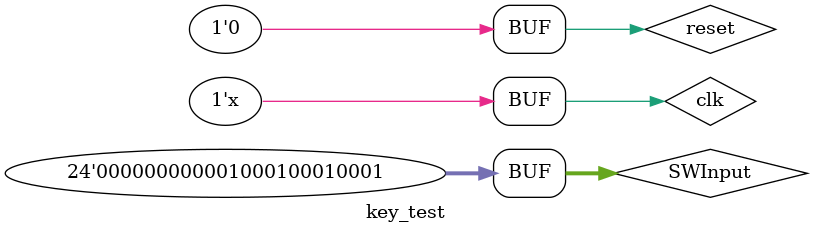
<source format=v>
`timescale 1ns / 1ps 
 
 
module key_test( 
 
    ); 
    reg clk = 1; 
    reg reset; 
    wire clk2;
    wire[31:0] Instruction_if,Instruction_id;
    wire[31:0] NextPC_if,NextPC_id;
    wire[4:0] ALUCode;
    wire[31:0] ALUa_ex;
    wire[31:0] ALUb_ex;
    wire[31:0] ALUResult_ex;
    wire[31:0] HI,LO;
    wire DivFinished;
    wire DivOn;
    wire[4:0] DivCnt;
    /*wire[4:0] ExcCode;
    wire[3:0] line; 
    reg[3:0] col; */
    reg[23:0] SWInput;
    wire[23:0] LEDOutput;
    wire[7:0] DISPOutput;
    wire[7:0] DISPEn;
   // wire[31:0] MemWrData_mem;
   // wire[31:0] WrData;
   // wire[31:0] RegWrData_mem;
    //wire[31:0] rData;
    //wire IOWr,IORead;
   // wire[31:0] IOReadData;
    //wire[31:0] IOReadData_sw;
   // wire SWctrl;
    always #5 clk = ~clk;
    

    initial
    begin
    SWInput = 24'h0000ff;
    #1500
    SWInput = 24'h123456;
    #1000
    SWInput = 24'h001111;
    end
    
     
    initial 
    begin 
   // col = 4'b1111; 
    reset = 1; 
    #10 reset = 0; 
    //#300 col[0] = line[0]; 
    //#50 col[0] = 1; 
    end 
  
    m_MIPS_CPU MIPS_CPU(
    .clk0(clk),
    .rst(reset),
    .Instruction(Instruction_if),
    .Instruction2(Instruction_id),
    .nextpc_if(NextPC_if),
    .nextpc_id(NextPC_id),
    //.memwrdata_mem(MemWrData_mem),
    //.regwrdata_mem(RegWrData_mem),
    //.wd(WrData),
    //.rd(rData),
    //.IORead(IORead),
    //.IOWr(IOWr),
   // .IOReadData(IOReadData),
   // .IOReadData_sw(IOReadData_sw),
   // .SWctrl(SWctrl),
    .divfinished(DivFinished),
    .DivOn(DivOn),
    .DivCnt(DivCnt),
    .ALU_a(ALUa_ex),
    .ALU_b(ALUb_ex),
    .alucode(ALUCode),
    .aluresult_ex(ALUResult_ex),
    .HI(HI),
    .LO(LO),
    .clk2(clk2),
    //.aluresult_mem(ALUResult_mem),
   /* .excCode(ExcCode),
    .col(col), 
    .line(line),*/
    .SWInput(SWInput),
    .LEDOutput(LEDOutput),
    .DISPOutput(DISPOutput),
    .DISPEn(DISPEn)
     );
endmodule

</source>
